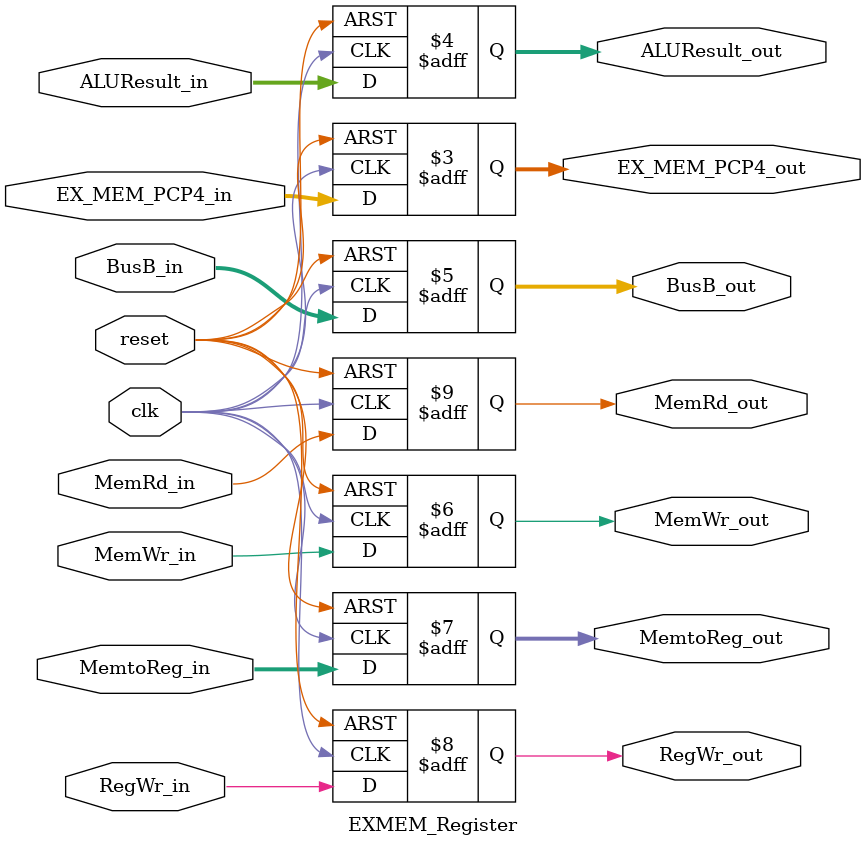
<source format=v>
module EXMEM_Register
(EX_MEM_PCP4_in,
EX_MEM_PCP4_out,
ALUResult_in,
BusB_in,
MemWr_in,
MemtoReg_in,
RegWr_in,
MemRd_in,
clk,
reset,
ALUResult_out,
BusB_out,
MemWr_out,
MemtoReg_out,
MemRd_out,
RegWr_out
);
  input [31:0]EX_MEM_PCP4_in;
  output reg [31:0]EX_MEM_PCP4_out;
  input [31:0]ALUResult_in;
  input [31:0]BusB_in;
  input MemWr_in;
  input [1:0]MemtoReg_in;
  input RegWr_in;
  input MemRd_in;
  
  input clk;
  input reset;
  
  output reg [31:0]ALUResult_out;
  output reg [31:0]BusB_out;
  output reg MemWr_out;
  output reg [1:0]MemtoReg_out;
  output reg RegWr_out;
  output reg MemRd_out;
  
  always@(negedge reset or posedge clk)
  begin
    if(!reset)
      begin
        ALUResult_out<=32'b0;
        BusB_out<=32'b0;
        MemWr_out<=0;
        MemtoReg_out<=2'b0;
        RegWr_out<=0;
        MemRd_out<=0;
        EX_MEM_PCP4_out<=32'b0;
      end
    else
      begin
        ALUResult_out<=ALUResult_in;
        BusB_out<=BusB_in;
        MemWr_out<=MemWr_in;
        MemtoReg_out<=MemtoReg_in;
        RegWr_out<=RegWr_in;
        MemRd_out<=MemRd_in;
        EX_MEM_PCP4_out<=EX_MEM_PCP4_in;
      end
  end
endmodule
        
</source>
